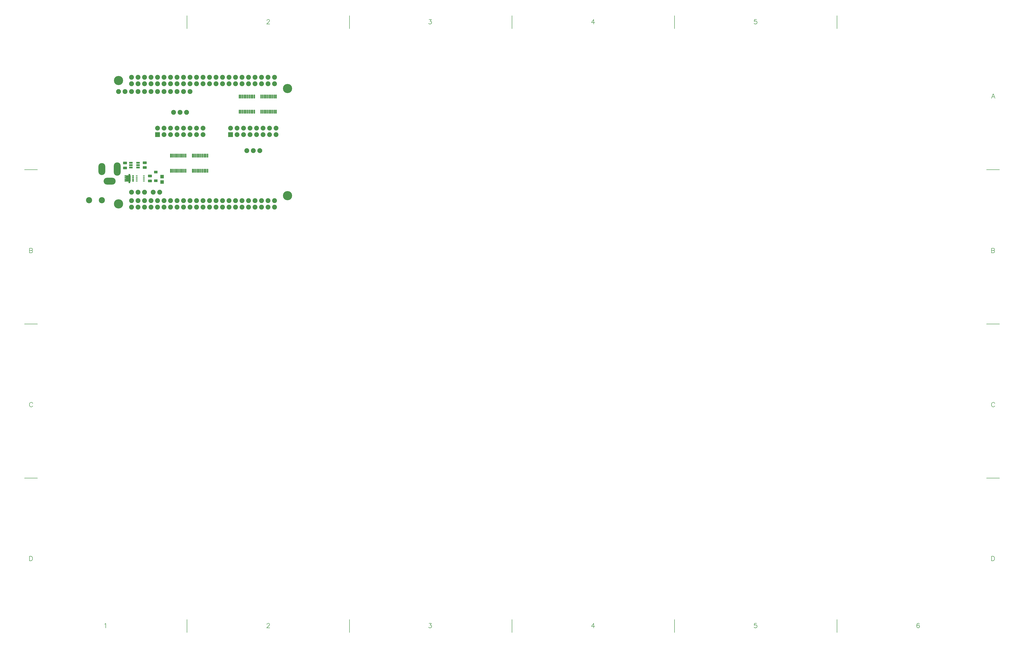
<source format=gts>
G04*
G04 #@! TF.GenerationSoftware,Altium Limited,Altium Designer,22.10.1 (41)*
G04*
G04 Layer_Color=8388736*
%FSLAX43Y43*%
%MOMM*%
G71*
G04*
G04 #@! TF.SameCoordinates,A9E92A4C-3054-4B5A-B43F-CED4EE29FA58*
G04*
G04*
G04 #@! TF.FilePolarity,Negative*
G04*
G01*
G75*
%ADD15C,0.127*%
%ADD16C,0.178*%
%ADD24R,0.762X0.305*%
%ADD25R,0.760X0.520*%
%ADD26R,0.750X0.520*%
G04:AMPARAMS|DCode=27|XSize=1.6mm|YSize=1.1mm|CornerRadius=0.325mm|HoleSize=0mm|Usage=FLASHONLY|Rotation=180.000|XOffset=0mm|YOffset=0mm|HoleType=Round|Shape=RoundedRectangle|*
%AMROUNDEDRECTD27*
21,1,1.600,0.450,0,0,180.0*
21,1,0.950,1.100,0,0,180.0*
1,1,0.650,-0.475,0.225*
1,1,0.650,0.475,0.225*
1,1,0.650,0.475,-0.225*
1,1,0.650,-0.475,-0.225*
%
%ADD27ROUNDEDRECTD27*%
%ADD28R,1.350X0.750*%
%ADD29O,0.550X1.550*%
%ADD30R,1.400X1.100*%
%ADD31R,1.400X1.400*%
%ADD32C,1.900*%
%ADD33P,2.057X8X22.5*%
%ADD34C,1.876*%
%ADD35R,1.876X1.876*%
%ADD36C,2.400*%
%ADD37O,2.700X5.200*%
%ADD38O,2.700X4.700*%
%ADD39O,4.700X2.700*%
%ADD40C,3.600*%
G36*
X19166Y14839D02*
X19174Y14838D01*
X19179Y14836D01*
X19183Y14835D01*
X19192Y14830D01*
X19197Y14826D01*
X19200Y14824D01*
X19200Y14824D01*
X19200Y14824D01*
X19202Y14821D01*
X19206Y14817D01*
X19211Y14808D01*
X19212Y14804D01*
X19213Y14799D01*
X19214Y14791D01*
X19214Y14789D01*
X19214Y14789D01*
X19214Y14789D01*
X19214Y14294D01*
X19344Y14294D01*
X19354Y14293D01*
X19363Y14290D01*
X19372Y14285D01*
X19380Y14279D01*
X19386Y14272D01*
X19391Y14263D01*
X19393Y14253D01*
X19394Y14244D01*
X19394Y11874D01*
X19393Y11864D01*
X19391Y11854D01*
X19386Y11846D01*
X19380Y11838D01*
X19372Y11832D01*
X19363Y11827D01*
X19354Y11824D01*
X19344Y11823D01*
X19214Y11823D01*
X19214Y11329D01*
X19213Y11319D01*
X19211Y11309D01*
X19206Y11301D01*
X19200Y11293D01*
X19192Y11287D01*
X19183Y11282D01*
X19174Y11279D01*
X19164Y11278D01*
X18594Y11278D01*
X18584Y11279D01*
X18575Y11282D01*
X18566Y11287D01*
X18559Y11293D01*
X18552Y11301D01*
X18548Y11309D01*
X18545Y11319D01*
X18544Y11329D01*
X18544Y11823D01*
X17514Y11823D01*
X17504Y11824D01*
X17494Y11827D01*
X17486Y11832D01*
X17478Y11838D01*
X17472Y11846D01*
X17467Y11854D01*
X17464Y11864D01*
X17463Y11874D01*
X17463Y14244D01*
X17464Y14253D01*
X17467Y14263D01*
X17472Y14272D01*
X17478Y14279D01*
X17486Y14285D01*
X17494Y14290D01*
X17504Y14293D01*
X17514Y14294D01*
X18544Y14294D01*
X18544Y14789D01*
X18545Y14793D01*
X18545Y14798D01*
X18545Y14798D01*
X18545Y14798D01*
X18547Y14804D01*
X18548Y14808D01*
X18548Y14808D01*
X18548Y14808D01*
X18551Y14812D01*
X18553Y14817D01*
X18553Y14817D01*
X18553Y14817D01*
X18556Y14820D01*
X18559Y14824D01*
X18559Y14824D01*
X18559Y14824D01*
X18563Y14828D01*
X18567Y14830D01*
X18567Y14830D01*
X18567Y14830D01*
X18571Y14833D01*
X18575Y14835D01*
X18575Y14835D01*
X18575Y14835D01*
X18579Y14836D01*
X18585Y14838D01*
X18585Y14838D01*
X18585Y14838D01*
X18590Y14838D01*
X18595Y14839D01*
X19164Y14839D01*
X19164Y14839D01*
X19164Y14839D01*
X19166Y14839D01*
X19166Y14839D02*
G37*
D15*
X41400Y-164500D02*
X41400Y-159420D01*
X-22100Y-104175D02*
X-17020Y-104175D01*
X-22100Y-43850D02*
X-17020Y-43850D01*
X-22100Y16475D02*
X-17020Y16475D01*
X104900Y-164500D02*
X104900Y-159420D01*
X168400Y-164500D02*
X168400Y-159420D01*
X231900Y-164500D02*
X231900Y-159420D01*
X295400Y-164500D02*
X295400Y-159420D01*
X353820Y-104175D02*
X358900Y-104175D01*
X353820Y-43850D02*
X358900Y-43850D01*
X353820Y16475D02*
X358900Y16475D01*
X41400Y71720D02*
X41400Y76800D01*
X104900Y71720D02*
X104900Y76800D01*
X168400Y71720D02*
X168400Y76800D01*
X231900Y71720D02*
X231900Y76800D01*
X295400Y71720D02*
X295400Y76800D01*
D16*
X327582Y-161198D02*
X327497Y-161029D01*
X327243Y-160944D01*
X327074Y-160944D01*
X326820Y-161029D01*
X326650Y-161283D01*
X326566Y-161706D01*
X326566Y-162129D01*
X326650Y-162468D01*
X326820Y-162637D01*
X327074Y-162722D01*
X327158Y-162722D01*
X327412Y-162637D01*
X327582Y-162468D01*
X327666Y-162214D01*
X327666Y-162129D01*
X327582Y-161876D01*
X327412Y-161706D01*
X327158Y-161622D01*
X327074Y-161622D01*
X326820Y-161706D01*
X326650Y-161876D01*
X326566Y-162129D01*
X263955Y-160944D02*
X263108Y-160944D01*
X263023Y-161706D01*
X263108Y-161622D01*
X263362Y-161537D01*
X263616Y-161537D01*
X263870Y-161622D01*
X264039Y-161791D01*
X264124Y-162045D01*
X264124Y-162214D01*
X264039Y-162468D01*
X263870Y-162637D01*
X263616Y-162722D01*
X263362Y-162722D01*
X263108Y-162637D01*
X263023Y-162553D01*
X262939Y-162383D01*
X200311Y-160944D02*
X199464Y-162129D01*
X200734Y-162129D01*
X200311Y-160944D02*
X200311Y-162722D01*
X135964Y-160944D02*
X136896Y-160944D01*
X136388Y-161622D01*
X136642Y-161622D01*
X136811Y-161706D01*
X136896Y-161791D01*
X136980Y-162045D01*
X136980Y-162214D01*
X136896Y-162468D01*
X136726Y-162637D01*
X136472Y-162722D01*
X136218Y-162722D01*
X135964Y-162637D01*
X135880Y-162553D01*
X135795Y-162383D01*
X72650Y-161368D02*
X72650Y-161283D01*
X72735Y-161114D01*
X72820Y-161029D01*
X72989Y-160944D01*
X73328Y-160944D01*
X73497Y-161029D01*
X73582Y-161114D01*
X73666Y-161283D01*
X73666Y-161452D01*
X73582Y-161622D01*
X73412Y-161876D01*
X72566Y-162722D01*
X73751Y-162722D01*
X9176Y-161283D02*
X9345Y-161198D01*
X9599Y-160944D01*
X9599Y-162722D01*
X-20195Y-134732D02*
X-20195Y-136509D01*
X-20195Y-134732D02*
X-19602Y-134732D01*
X-19348Y-134816D01*
X-19179Y-134986D01*
X-19095Y-135155D01*
X-19010Y-135409D01*
X-19010Y-135832D01*
X-19095Y-136086D01*
X-19179Y-136255D01*
X-19348Y-136425D01*
X-19602Y-136509D01*
X-20195Y-136509D01*
X-18925Y-74957D02*
X-19010Y-74788D01*
X-19179Y-74618D01*
X-19348Y-74534D01*
X-19687Y-74534D01*
X-19856Y-74618D01*
X-20026Y-74788D01*
X-20110Y-74957D01*
X-20195Y-75211D01*
X-20195Y-75634D01*
X-20110Y-75888D01*
X-20026Y-76057D01*
X-19856Y-76227D01*
X-19687Y-76311D01*
X-19348Y-76311D01*
X-19179Y-76227D01*
X-19010Y-76057D01*
X-18925Y-75888D01*
X-20195Y-14209D02*
X-20195Y-15986D01*
X-20195Y-14209D02*
X-19433Y-14209D01*
X-19179Y-14293D01*
X-19095Y-14378D01*
X-19010Y-14547D01*
X-19010Y-14716D01*
X-19095Y-14886D01*
X-19179Y-14970D01*
X-19433Y-15055D01*
X-20195Y-15055D02*
X-19433Y-15055D01*
X-19179Y-15140D01*
X-19095Y-15224D01*
X-19010Y-15394D01*
X-19010Y-15648D01*
X-19095Y-15817D01*
X-19179Y-15902D01*
X-19433Y-15986D01*
X-20195Y-15986D01*
X355725Y-134732D02*
X355725Y-136509D01*
X355725Y-134732D02*
X356318Y-134732D01*
X356572Y-134816D01*
X356741Y-134986D01*
X356825Y-135155D01*
X356910Y-135409D01*
X356910Y-135832D01*
X356825Y-136086D01*
X356741Y-136255D01*
X356572Y-136425D01*
X356318Y-136509D01*
X355725Y-136509D01*
X356995Y-74957D02*
X356910Y-74788D01*
X356741Y-74618D01*
X356572Y-74534D01*
X356233Y-74534D01*
X356064Y-74618D01*
X355894Y-74788D01*
X355810Y-74957D01*
X355725Y-75211D01*
X355725Y-75634D01*
X355810Y-75888D01*
X355894Y-76057D01*
X356064Y-76227D01*
X356233Y-76311D01*
X356572Y-76311D01*
X356741Y-76227D01*
X356910Y-76057D01*
X356995Y-75888D01*
X355725Y-14209D02*
X355725Y-15986D01*
X355725Y-14209D02*
X356487Y-14209D01*
X356741Y-14293D01*
X356825Y-14378D01*
X356910Y-14547D01*
X356910Y-14716D01*
X356825Y-14886D01*
X356741Y-14970D01*
X356487Y-15055D01*
X355725Y-15055D02*
X356487Y-15055D01*
X356741Y-15140D01*
X356825Y-15224D01*
X356910Y-15394D01*
X356910Y-15648D01*
X356825Y-15817D01*
X356741Y-15902D01*
X356487Y-15986D01*
X355725Y-15986D01*
X357079Y44466D02*
X356402Y46243D01*
X355725Y44466D01*
X355979Y45058D02*
X356825Y45058D01*
X263955Y75276D02*
X263108Y75276D01*
X263023Y74514D01*
X263108Y74598D01*
X263362Y74683D01*
X263616Y74683D01*
X263870Y74598D01*
X264039Y74429D01*
X264124Y74175D01*
X264124Y74006D01*
X264039Y73752D01*
X263870Y73583D01*
X263616Y73498D01*
X263362Y73498D01*
X263108Y73583D01*
X263023Y73667D01*
X262939Y73837D01*
X200311Y75276D02*
X199464Y74091D01*
X200734Y74091D01*
X200311Y75276D02*
X200311Y73498D01*
X135964Y75276D02*
X136896Y75276D01*
X136388Y74598D01*
X136642Y74598D01*
X136811Y74514D01*
X136896Y74429D01*
X136980Y74175D01*
X136980Y74006D01*
X136896Y73752D01*
X136726Y73583D01*
X136472Y73498D01*
X136218Y73498D01*
X135964Y73583D01*
X135880Y73667D01*
X135795Y73837D01*
X72650Y74852D02*
X72650Y74937D01*
X72735Y75106D01*
X72820Y75191D01*
X72989Y75276D01*
X73328Y75276D01*
X73497Y75191D01*
X73582Y75106D01*
X73666Y74937D01*
X73666Y74768D01*
X73582Y74598D01*
X73412Y74344D01*
X72566Y73498D01*
X73751Y73498D01*
D24*
X24486Y12106D02*
D03*
X24486Y12756D02*
D03*
X24486Y13406D02*
D03*
X24486Y14056D02*
D03*
X21742Y14056D02*
D03*
X21742Y13406D02*
D03*
X21742Y12756D02*
D03*
X21742Y12106D02*
D03*
D25*
X20314Y12084D02*
D03*
X20314Y12734D02*
D03*
X20314Y13384D02*
D03*
X20314Y14034D02*
D03*
D26*
X17369Y14034D02*
D03*
X17369Y13384D02*
D03*
X17369Y12734D02*
D03*
X17369Y12084D02*
D03*
D27*
X24841Y19246D02*
D03*
X24841Y17346D02*
D03*
X17188Y19119D02*
D03*
X17188Y17219D02*
D03*
X26924Y12131D02*
D03*
X26924Y14031D02*
D03*
D28*
X19466Y19246D02*
D03*
X19466Y18296D02*
D03*
X19466Y17346D02*
D03*
X22266Y17346D02*
D03*
X22266Y18296D02*
D03*
X22266Y19246D02*
D03*
D29*
X76204Y45114D02*
D03*
X75554Y45114D02*
D03*
X74904Y45114D02*
D03*
X74254Y45114D02*
D03*
X73604Y45114D02*
D03*
X72954Y45114D02*
D03*
X72304Y45114D02*
D03*
X71654Y45114D02*
D03*
X71004Y45114D02*
D03*
X70354Y45114D02*
D03*
X76204Y39214D02*
D03*
X75554Y39214D02*
D03*
X74904Y39214D02*
D03*
X74254Y39214D02*
D03*
X73604Y39214D02*
D03*
X72954Y39214D02*
D03*
X72304Y39214D02*
D03*
X71654Y39214D02*
D03*
X71004Y39214D02*
D03*
X70354Y39214D02*
D03*
X61845Y39214D02*
D03*
X62495Y39214D02*
D03*
X63145Y39214D02*
D03*
X63795Y39214D02*
D03*
X64445Y39214D02*
D03*
X65095Y39214D02*
D03*
X65745Y39214D02*
D03*
X66395Y39214D02*
D03*
X67045Y39214D02*
D03*
X67695Y39214D02*
D03*
X61845Y45114D02*
D03*
X62495Y45114D02*
D03*
X63145Y45114D02*
D03*
X63795Y45114D02*
D03*
X64445Y45114D02*
D03*
X65095Y45114D02*
D03*
X65745Y45114D02*
D03*
X66395Y45114D02*
D03*
X67045Y45114D02*
D03*
X67695Y45114D02*
D03*
X40844Y22000D02*
D03*
X40194Y22000D02*
D03*
X39544Y22000D02*
D03*
X38894Y22000D02*
D03*
X38244Y22000D02*
D03*
X37594Y22000D02*
D03*
X36944Y22000D02*
D03*
X36294Y22000D02*
D03*
X35644Y22000D02*
D03*
X34994Y22000D02*
D03*
X40844Y16100D02*
D03*
X40194Y16100D02*
D03*
X39544Y16100D02*
D03*
X38894Y16100D02*
D03*
X38244Y16100D02*
D03*
X37594Y16100D02*
D03*
X36944Y16100D02*
D03*
X36294Y16100D02*
D03*
X35644Y16100D02*
D03*
X34994Y16100D02*
D03*
X43557Y16100D02*
D03*
X44207Y16100D02*
D03*
X44857Y16100D02*
D03*
X45507Y16100D02*
D03*
X46157Y16100D02*
D03*
X46807Y16100D02*
D03*
X47457Y16100D02*
D03*
X48107Y16100D02*
D03*
X48757Y16100D02*
D03*
X49407Y16100D02*
D03*
X43557Y22000D02*
D03*
X44207Y22000D02*
D03*
X44857Y22000D02*
D03*
X45507Y22000D02*
D03*
X46157Y22000D02*
D03*
X46807Y22000D02*
D03*
X47457Y22000D02*
D03*
X48107Y22000D02*
D03*
X48757Y22000D02*
D03*
X49407Y22000D02*
D03*
D30*
X29210Y12181D02*
D03*
X29210Y15581D02*
D03*
D31*
X31625Y11684D02*
D03*
X31625Y13784D02*
D03*
D32*
X75565Y52705D02*
D03*
X75565Y50165D02*
D03*
X73025Y52705D02*
D03*
X73025Y50165D02*
D03*
X70485Y52705D02*
D03*
X70485Y50165D02*
D03*
X67945Y52705D02*
D03*
X67945Y50165D02*
D03*
X65405Y52705D02*
D03*
X65405Y50165D02*
D03*
X62865Y52705D02*
D03*
X62865Y50165D02*
D03*
X60325Y52705D02*
D03*
X60325Y50165D02*
D03*
X57785Y52705D02*
D03*
X57785Y50165D02*
D03*
X55245Y52705D02*
D03*
X55245Y50165D02*
D03*
X52705Y52705D02*
D03*
X52705Y50165D02*
D03*
X50165Y52705D02*
D03*
X50165Y50165D02*
D03*
X47625Y52705D02*
D03*
X47625Y50165D02*
D03*
X45085Y52705D02*
D03*
X45085Y50165D02*
D03*
X42545Y52705D02*
D03*
X42545Y50165D02*
D03*
X40005Y52705D02*
D03*
X40005Y50165D02*
D03*
X37465Y52705D02*
D03*
X37465Y50165D02*
D03*
X34925Y52705D02*
D03*
X34925Y50165D02*
D03*
X32385Y52705D02*
D03*
X32385Y50165D02*
D03*
X29845Y52705D02*
D03*
X29845Y50165D02*
D03*
X27305Y52705D02*
D03*
X27305Y50165D02*
D03*
X22225Y52705D02*
D03*
X22225Y50165D02*
D03*
X19685Y52705D02*
D03*
X24765Y50165D02*
D03*
X24765Y52705D02*
D03*
X64770Y24003D02*
D03*
X67310Y24003D02*
D03*
X36120Y38989D02*
D03*
X38660Y38989D02*
D03*
X42545Y47117D02*
D03*
X40005Y47117D02*
D03*
X34925Y47117D02*
D03*
X29845Y47117D02*
D03*
X19685Y47117D02*
D03*
X32385Y47117D02*
D03*
X22225Y47117D02*
D03*
X37465Y47117D02*
D03*
X17145Y47117D02*
D03*
X24765Y47117D02*
D03*
X27305Y47117D02*
D03*
X75565Y4445D02*
D03*
X75565Y1905D02*
D03*
X73025Y4445D02*
D03*
X73025Y1905D02*
D03*
X70485Y4445D02*
D03*
X70485Y1905D02*
D03*
X67945Y4445D02*
D03*
X67945Y1905D02*
D03*
X65405Y4445D02*
D03*
X65405Y1905D02*
D03*
X62865Y4445D02*
D03*
X62865Y1905D02*
D03*
X60325Y4445D02*
D03*
X60325Y1905D02*
D03*
X57785Y4445D02*
D03*
X57785Y1905D02*
D03*
X55245Y4445D02*
D03*
X55245Y1905D02*
D03*
X52705Y4445D02*
D03*
X52705Y1905D02*
D03*
X50165Y4445D02*
D03*
X50165Y1905D02*
D03*
X47625Y4445D02*
D03*
X47625Y1905D02*
D03*
X45085Y4445D02*
D03*
X45085Y1905D02*
D03*
X42545Y4445D02*
D03*
X42545Y1905D02*
D03*
X40005Y4445D02*
D03*
X40005Y1905D02*
D03*
X37465Y4445D02*
D03*
X37465Y1905D02*
D03*
X34925Y4445D02*
D03*
X34925Y1905D02*
D03*
X32385Y4445D02*
D03*
X32385Y1905D02*
D03*
X29845Y4445D02*
D03*
X29845Y1905D02*
D03*
X27305Y4445D02*
D03*
X27305Y1905D02*
D03*
X22225Y4445D02*
D03*
X22225Y1905D02*
D03*
X19685Y4445D02*
D03*
X24765Y1905D02*
D03*
X24765Y4445D02*
D03*
X28194Y7747D02*
D03*
X19705Y7747D02*
D03*
X22245Y7747D02*
D03*
D33*
X19685Y50165D02*
D03*
X69850Y24003D02*
D03*
X41200Y38989D02*
D03*
X14605Y47117D02*
D03*
X19685Y1905D02*
D03*
X30734Y7747D02*
D03*
X24785Y7747D02*
D03*
D34*
X58420Y32766D02*
D03*
X60960Y30226D02*
D03*
X60960Y32766D02*
D03*
X76200Y32766D02*
D03*
X76200Y30226D02*
D03*
X73660Y30226D02*
D03*
X73660Y32766D02*
D03*
X66040Y30226D02*
D03*
X66040Y32766D02*
D03*
X63500Y30226D02*
D03*
X63500Y32766D02*
D03*
X71120Y30226D02*
D03*
X71120Y32766D02*
D03*
X68580Y30226D02*
D03*
X68580Y32766D02*
D03*
X40005Y32766D02*
D03*
X40005Y30226D02*
D03*
X42545Y32766D02*
D03*
X42545Y30226D02*
D03*
X34925Y32766D02*
D03*
X34925Y30226D02*
D03*
X37465Y32766D02*
D03*
X37465Y30226D02*
D03*
X45085Y32766D02*
D03*
X45085Y30226D02*
D03*
X47625Y30226D02*
D03*
X47625Y32766D02*
D03*
X32385Y32766D02*
D03*
X32385Y30226D02*
D03*
X29845Y32766D02*
D03*
D35*
X58420Y30226D02*
D03*
X29845Y30226D02*
D03*
D36*
X8088Y4572D02*
D03*
X3088Y4572D02*
D03*
D37*
X14128Y16764D02*
D03*
D38*
X8128Y16764D02*
D03*
D39*
X11128Y12064D02*
D03*
D40*
X14605Y3175D02*
D03*
X14605Y51435D02*
D03*
X80645Y6350D02*
D03*
X80645Y48260D02*
D03*
M02*

</source>
